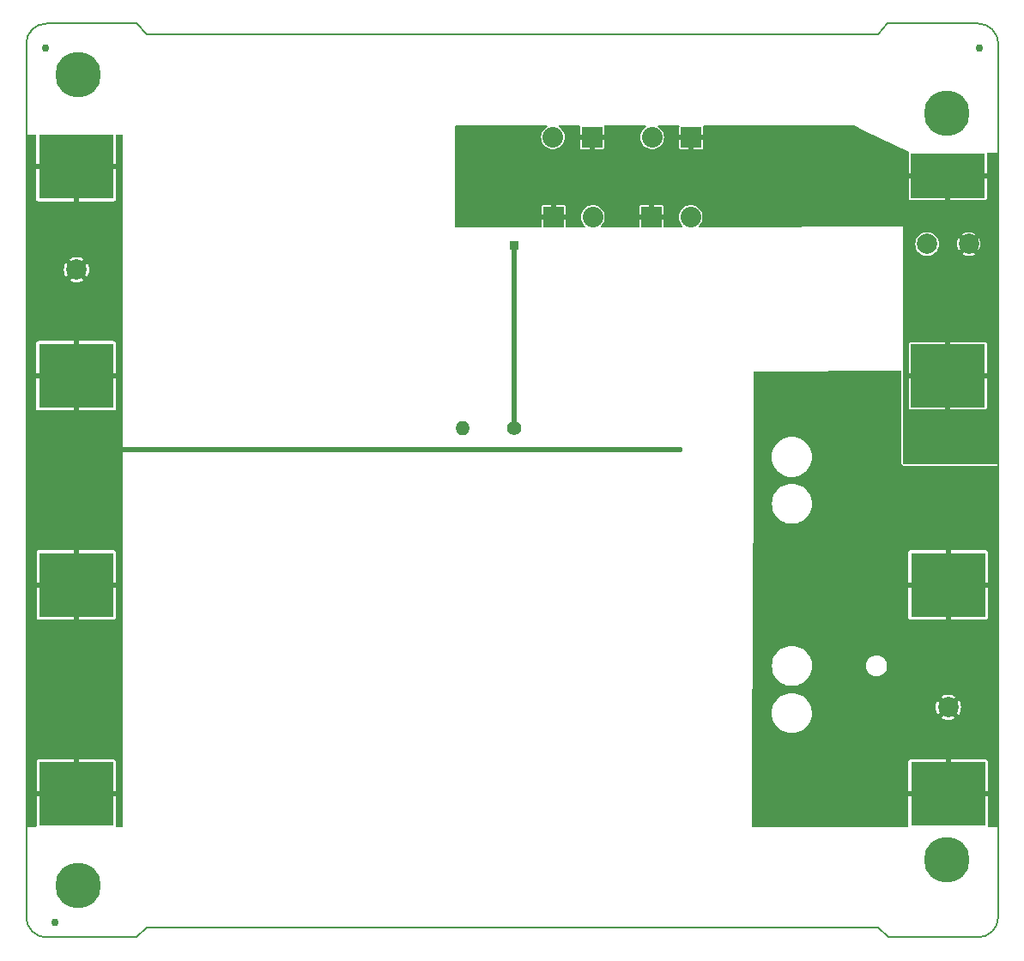
<source format=gbr>
%TF.GenerationSoftware,KiCad,Pcbnew,7.0.7*%
%TF.CreationDate,2023-10-10T18:21:33-04:00*%
%TF.ProjectId,batteryboard,62617474-6572-4796-926f-6172642e6b69,rev?*%
%TF.SameCoordinates,Original*%
%TF.FileFunction,Copper,L2,Bot*%
%TF.FilePolarity,Positive*%
%FSLAX46Y46*%
G04 Gerber Fmt 4.6, Leading zero omitted, Abs format (unit mm)*
G04 Created by KiCad (PCBNEW 7.0.7) date 2023-10-10 18:21:33*
%MOMM*%
%LPD*%
G01*
G04 APERTURE LIST*
%TA.AperFunction,ComponentPad*%
%ADD10C,2.000000*%
%TD*%
%TA.AperFunction,ComponentPad*%
%ADD11R,2.032000X2.032000*%
%TD*%
%TA.AperFunction,ComponentPad*%
%ADD12C,2.032000*%
%TD*%
%TA.AperFunction,ComponentPad*%
%ADD13R,0.850000X0.850000*%
%TD*%
%TA.AperFunction,ComponentPad*%
%ADD14C,1.400000*%
%TD*%
%TA.AperFunction,ComponentPad*%
%ADD15O,1.400000X1.400000*%
%TD*%
%TA.AperFunction,ComponentPad*%
%ADD16C,4.500000*%
%TD*%
%TA.AperFunction,SMDPad,CuDef*%
%ADD17R,7.340000X6.350000*%
%TD*%
%TA.AperFunction,SMDPad,CuDef*%
%ADD18C,0.750000*%
%TD*%
%TA.AperFunction,SMDPad,CuDef*%
%ADD19R,7.340000X4.500000*%
%TD*%
%TA.AperFunction,ViaPad*%
%ADD20C,0.584200*%
%TD*%
%TA.AperFunction,Conductor*%
%ADD21C,0.508000*%
%TD*%
%TA.AperFunction,Profile*%
%ADD22C,0.150000*%
%TD*%
G04 APERTURE END LIST*
D10*
X144145000Y-121285000D03*
X58166000Y-78105000D03*
X142062200Y-75565000D03*
X146177000Y-75565000D03*
D11*
X109016800Y-65024000D03*
D12*
X105161200Y-65024000D03*
D11*
X105232200Y-72898000D03*
D12*
X109087800Y-72898000D03*
D11*
X118795800Y-65024000D03*
D12*
X114940200Y-65024000D03*
D11*
X114884200Y-72898000D03*
D12*
X118739800Y-72898000D03*
D13*
X101346000Y-75692000D03*
D14*
X101346000Y-93726000D03*
D15*
X96266000Y-93726000D03*
D16*
X144005300Y-136349900D03*
X58280300Y-58889900D03*
X58280300Y-138889900D03*
X144005300Y-62689900D03*
D17*
X58117400Y-88569800D03*
X144117400Y-88569800D03*
X144142800Y-129844800D03*
X58142800Y-129844800D03*
X144142800Y-109194600D03*
X58142800Y-109194600D03*
D18*
X56007000Y-142494000D03*
X55118000Y-56261000D03*
X147193000Y-56261000D03*
D17*
X58117400Y-67919600D03*
D19*
X144117400Y-68844600D03*
D20*
X143256000Y-129794000D03*
X146558000Y-129794000D03*
X145034000Y-129794000D03*
X141732000Y-129794000D03*
X146558000Y-132080000D03*
X141732000Y-132080000D03*
X143256000Y-132080000D03*
X145034000Y-132080000D03*
X131826000Y-90678000D03*
X132588000Y-90678000D03*
X131064000Y-90678000D03*
X131826000Y-91567000D03*
X131064000Y-91567000D03*
X132588000Y-91567000D03*
X131826000Y-89789000D03*
X141732000Y-127508000D03*
X146558000Y-127508000D03*
X132588000Y-89789000D03*
X131064000Y-89789000D03*
X143256000Y-127508000D03*
X145034000Y-127508000D03*
X54864000Y-119380000D03*
X58420000Y-119380000D03*
X56642000Y-119380000D03*
X60198000Y-119380000D03*
X60198000Y-120904000D03*
X58420000Y-120904000D03*
X54864000Y-120904000D03*
X56642000Y-120904000D03*
X56642000Y-117856000D03*
X58420000Y-117856000D03*
X54864000Y-117856000D03*
X60198000Y-117856000D03*
X117665498Y-95821500D03*
X140843000Y-94742000D03*
X143002000Y-94742000D03*
X145288000Y-94742000D03*
X147447000Y-94742000D03*
X145288000Y-96139000D03*
X140843000Y-96139000D03*
X143002000Y-96139000D03*
X147447000Y-96139000D03*
X147447000Y-93345000D03*
X145288000Y-93345000D03*
X140843000Y-93345000D03*
X96266000Y-71374000D03*
X96240600Y-64566800D03*
X143002000Y-93345000D03*
D21*
X117665498Y-95821500D02*
X58229500Y-95821500D01*
X101346000Y-76625000D02*
X101346000Y-93726000D01*
X101346000Y-75692000D02*
X101346000Y-76625000D01*
%TA.AperFunction,Conductor*%
G36*
X104570825Y-63898593D02*
G01*
X104596545Y-63943142D01*
X104587612Y-63993800D01*
X104562075Y-64020136D01*
X104453759Y-64087202D01*
X104293671Y-64233143D01*
X104293668Y-64233146D01*
X104163120Y-64406020D01*
X104066566Y-64599928D01*
X104066560Y-64599944D01*
X104007281Y-64808286D01*
X104007280Y-64808295D01*
X103987292Y-65023997D01*
X103987292Y-65024002D01*
X104007280Y-65239704D01*
X104007281Y-65239713D01*
X104066560Y-65448055D01*
X104066566Y-65448071D01*
X104163120Y-65641979D01*
X104293668Y-65814853D01*
X104293671Y-65814856D01*
X104453759Y-65960797D01*
X104453761Y-65960798D01*
X104453762Y-65960799D01*
X104637944Y-66074839D01*
X104839945Y-66153095D01*
X105052885Y-66192900D01*
X105052890Y-66192900D01*
X105269510Y-66192900D01*
X105269515Y-66192900D01*
X105482455Y-66153095D01*
X105684456Y-66074839D01*
X105868638Y-65960799D01*
X106028728Y-65814857D01*
X106159277Y-65641983D01*
X106255837Y-65448064D01*
X106315120Y-65239705D01*
X106335108Y-65024000D01*
X106315120Y-64808295D01*
X106315118Y-64808289D01*
X106315118Y-64808286D01*
X106255839Y-64599944D01*
X106255837Y-64599936D01*
X106175922Y-64439444D01*
X106159279Y-64406020D01*
X106028731Y-64233146D01*
X106028728Y-64233143D01*
X105868640Y-64087202D01*
X105760325Y-64020136D01*
X105728490Y-63979732D01*
X105730074Y-63928316D01*
X105764336Y-63889948D01*
X105799913Y-63881000D01*
X107779044Y-63881000D01*
X107827382Y-63898593D01*
X107853102Y-63943142D01*
X107852799Y-63970870D01*
X107848400Y-63992985D01*
X107848400Y-64770000D01*
X108360331Y-64770000D01*
X108408669Y-64787593D01*
X108434389Y-64832142D01*
X108432971Y-64864656D01*
X108432245Y-64867366D01*
X108432244Y-64867369D01*
X108411623Y-65024000D01*
X108432244Y-65180631D01*
X108432245Y-65180633D01*
X108432971Y-65183344D01*
X108432823Y-65185027D01*
X108432888Y-65185517D01*
X108432779Y-65185531D01*
X108428482Y-65234588D01*
X108392105Y-65270957D01*
X108360331Y-65278000D01*
X107848400Y-65278000D01*
X107848400Y-66055012D01*
X107857241Y-66099462D01*
X107857242Y-66099464D01*
X107890926Y-66149873D01*
X107941335Y-66183557D01*
X107941337Y-66183558D01*
X107985787Y-66192400D01*
X108762800Y-66192400D01*
X108762800Y-65680468D01*
X108780393Y-65632130D01*
X108824942Y-65606410D01*
X108857465Y-65607831D01*
X108860160Y-65608552D01*
X108860169Y-65608556D01*
X108977477Y-65624000D01*
X108977480Y-65624000D01*
X109056120Y-65624000D01*
X109056123Y-65624000D01*
X109173431Y-65608556D01*
X109173440Y-65608551D01*
X109176131Y-65607832D01*
X109177809Y-65607978D01*
X109178317Y-65607912D01*
X109178331Y-65608024D01*
X109227376Y-65612312D01*
X109263751Y-65648683D01*
X109270799Y-65680468D01*
X109270800Y-66192400D01*
X110047813Y-66192400D01*
X110092262Y-66183558D01*
X110092264Y-66183557D01*
X110142673Y-66149873D01*
X110176357Y-66099464D01*
X110176358Y-66099462D01*
X110185200Y-66055012D01*
X110185200Y-65278000D01*
X109673269Y-65278000D01*
X109624931Y-65260407D01*
X109599211Y-65215858D01*
X109600629Y-65183344D01*
X109601351Y-65180640D01*
X109601356Y-65180631D01*
X109621977Y-65024000D01*
X109601356Y-64867369D01*
X109601352Y-64867360D01*
X109600629Y-64864656D01*
X109600776Y-64862972D01*
X109600712Y-64862483D01*
X109600820Y-64862468D01*
X109605118Y-64813412D01*
X109641495Y-64777043D01*
X109673269Y-64770000D01*
X110185200Y-64770000D01*
X110185200Y-63992986D01*
X110185199Y-63992985D01*
X110180801Y-63970870D01*
X110188626Y-63920029D01*
X110227301Y-63886113D01*
X110254556Y-63881000D01*
X114301487Y-63881000D01*
X114349825Y-63898593D01*
X114375545Y-63943142D01*
X114366612Y-63993800D01*
X114341075Y-64020136D01*
X114232759Y-64087202D01*
X114072671Y-64233143D01*
X114072668Y-64233146D01*
X113942120Y-64406020D01*
X113845566Y-64599928D01*
X113845560Y-64599944D01*
X113786281Y-64808286D01*
X113786280Y-64808295D01*
X113766292Y-65023997D01*
X113766292Y-65024002D01*
X113786280Y-65239704D01*
X113786281Y-65239713D01*
X113845560Y-65448055D01*
X113845566Y-65448071D01*
X113942120Y-65641979D01*
X114072668Y-65814853D01*
X114072671Y-65814856D01*
X114232759Y-65960797D01*
X114232761Y-65960798D01*
X114232762Y-65960799D01*
X114416944Y-66074839D01*
X114618945Y-66153095D01*
X114831885Y-66192900D01*
X114831890Y-66192900D01*
X115048510Y-66192900D01*
X115048515Y-66192900D01*
X115261455Y-66153095D01*
X115463456Y-66074839D01*
X115647638Y-65960799D01*
X115807728Y-65814857D01*
X115938277Y-65641983D01*
X116034837Y-65448064D01*
X116094120Y-65239705D01*
X116114108Y-65024000D01*
X116094120Y-64808295D01*
X116094118Y-64808289D01*
X116094118Y-64808286D01*
X116034839Y-64599944D01*
X116034837Y-64599936D01*
X115954922Y-64439444D01*
X115938279Y-64406020D01*
X115807731Y-64233146D01*
X115807728Y-64233143D01*
X115647640Y-64087202D01*
X115539325Y-64020136D01*
X115507490Y-63979732D01*
X115509074Y-63928316D01*
X115543336Y-63889948D01*
X115578913Y-63881000D01*
X117558044Y-63881000D01*
X117606382Y-63898593D01*
X117632102Y-63943142D01*
X117631799Y-63970870D01*
X117627400Y-63992985D01*
X117627400Y-64770000D01*
X118139331Y-64770000D01*
X118187669Y-64787593D01*
X118213389Y-64832142D01*
X118211971Y-64864656D01*
X118211245Y-64867366D01*
X118211244Y-64867369D01*
X118190623Y-65024000D01*
X118211244Y-65180631D01*
X118211245Y-65180633D01*
X118211971Y-65183344D01*
X118211823Y-65185027D01*
X118211888Y-65185517D01*
X118211779Y-65185531D01*
X118207482Y-65234588D01*
X118171105Y-65270957D01*
X118139331Y-65278000D01*
X117627400Y-65278000D01*
X117627400Y-66055012D01*
X117636241Y-66099462D01*
X117636242Y-66099464D01*
X117669926Y-66149873D01*
X117720335Y-66183557D01*
X117720337Y-66183558D01*
X117764787Y-66192400D01*
X118541800Y-66192400D01*
X118541800Y-65680468D01*
X118559393Y-65632130D01*
X118603942Y-65606410D01*
X118636465Y-65607831D01*
X118639160Y-65608552D01*
X118639169Y-65608556D01*
X118756477Y-65624000D01*
X118756480Y-65624000D01*
X118835120Y-65624000D01*
X118835123Y-65624000D01*
X118952431Y-65608556D01*
X118952440Y-65608551D01*
X118955135Y-65607831D01*
X118956815Y-65607978D01*
X118957317Y-65607912D01*
X118957331Y-65608023D01*
X119006379Y-65612313D01*
X119042753Y-65648685D01*
X119049800Y-65680468D01*
X119049800Y-66192400D01*
X119826813Y-66192400D01*
X119871262Y-66183558D01*
X119871264Y-66183557D01*
X119921673Y-66149873D01*
X119955357Y-66099464D01*
X119955358Y-66099462D01*
X119964200Y-66055012D01*
X119964200Y-65278000D01*
X119452269Y-65278000D01*
X119403931Y-65260407D01*
X119378211Y-65215858D01*
X119379629Y-65183344D01*
X119380351Y-65180640D01*
X119380356Y-65180631D01*
X119400977Y-65024000D01*
X119380356Y-64867369D01*
X119380352Y-64867360D01*
X119379629Y-64864656D01*
X119379776Y-64862972D01*
X119379712Y-64862483D01*
X119379820Y-64862468D01*
X119384118Y-64813412D01*
X119420495Y-64777043D01*
X119452269Y-64770000D01*
X119964200Y-64770000D01*
X119964200Y-63992986D01*
X119964199Y-63992985D01*
X119959801Y-63970870D01*
X119967626Y-63920029D01*
X120006301Y-63886113D01*
X120033556Y-63881000D01*
X134856973Y-63881000D01*
X134889364Y-63888333D01*
X135974042Y-64406020D01*
X140262446Y-66452758D01*
X140298492Y-66489457D01*
X140303810Y-66535296D01*
X140295000Y-66579587D01*
X140295000Y-68590600D01*
X147939800Y-68590600D01*
X147939800Y-66623200D01*
X147957393Y-66574862D01*
X148001942Y-66549142D01*
X148015000Y-66548000D01*
X148934600Y-66548000D01*
X148982938Y-66565593D01*
X149008658Y-66610142D01*
X149009800Y-66623200D01*
X149009800Y-97206800D01*
X148992207Y-97255138D01*
X148947658Y-97280858D01*
X148934600Y-97282000D01*
X139769531Y-97282000D01*
X139721193Y-97264407D01*
X139695473Y-97219858D01*
X139694331Y-97206800D01*
X139694331Y-88823800D01*
X140295000Y-88823800D01*
X140295000Y-91759812D01*
X140303841Y-91804262D01*
X140303842Y-91804264D01*
X140337526Y-91854673D01*
X140387935Y-91888357D01*
X140387937Y-91888358D01*
X140432387Y-91897200D01*
X143863400Y-91897200D01*
X143863400Y-88823800D01*
X144371400Y-88823800D01*
X144371400Y-91897200D01*
X147802413Y-91897200D01*
X147846862Y-91888358D01*
X147846864Y-91888357D01*
X147897273Y-91854673D01*
X147930957Y-91804264D01*
X147930958Y-91804262D01*
X147939800Y-91759812D01*
X147939800Y-88823800D01*
X144371400Y-88823800D01*
X143863400Y-88823800D01*
X140295000Y-88823800D01*
X139694331Y-88823800D01*
X139694331Y-88315800D01*
X140295000Y-88315800D01*
X143863400Y-88315800D01*
X143863400Y-85242400D01*
X144371400Y-85242400D01*
X144371400Y-88315800D01*
X147939800Y-88315800D01*
X147939800Y-85379787D01*
X147930958Y-85335337D01*
X147930957Y-85335335D01*
X147897273Y-85284926D01*
X147846864Y-85251242D01*
X147846862Y-85251241D01*
X147802413Y-85242400D01*
X144371400Y-85242400D01*
X143863400Y-85242400D01*
X140432387Y-85242400D01*
X140387937Y-85251241D01*
X140387935Y-85251242D01*
X140337526Y-85284926D01*
X140303842Y-85335335D01*
X140303841Y-85335337D01*
X140295000Y-85379787D01*
X140295000Y-88315800D01*
X139694331Y-88315800D01*
X139694331Y-75565002D01*
X140904361Y-75565002D01*
X140924075Y-75777752D01*
X140924076Y-75777760D01*
X140982544Y-75983251D01*
X140982550Y-75983267D01*
X141077782Y-76174520D01*
X141206543Y-76345027D01*
X141206546Y-76345030D01*
X141364443Y-76488973D01*
X141546103Y-76601453D01*
X141546105Y-76601453D01*
X141546107Y-76601455D01*
X141745342Y-76678639D01*
X141955368Y-76717900D01*
X141955372Y-76717900D01*
X142169028Y-76717900D01*
X142169032Y-76717900D01*
X142379058Y-76678639D01*
X142578293Y-76601455D01*
X142759954Y-76488975D01*
X142917853Y-76345031D01*
X143046615Y-76174524D01*
X143141853Y-75983260D01*
X143181027Y-75845575D01*
X143200323Y-75777760D01*
X143200323Y-75777758D01*
X143200325Y-75777752D01*
X143220039Y-75565002D01*
X145019663Y-75565002D01*
X145039369Y-75777659D01*
X145039370Y-75777668D01*
X145097812Y-75983069D01*
X145097816Y-75983080D01*
X145193013Y-76174261D01*
X145199688Y-76183099D01*
X145199689Y-76183099D01*
X145608656Y-75774131D01*
X145655277Y-75752391D01*
X145704964Y-75765705D01*
X145725093Y-75786649D01*
X145725094Y-75786650D01*
X145795238Y-75895797D01*
X145795241Y-75895800D01*
X145903897Y-75989950D01*
X145903900Y-75989952D01*
X145947728Y-76009968D01*
X145984388Y-76046052D01*
X145989278Y-76097259D01*
X145969662Y-76131546D01*
X145561741Y-76539466D01*
X145561742Y-76539467D01*
X145661127Y-76601004D01*
X145860279Y-76678155D01*
X146070217Y-76717399D01*
X146070218Y-76717400D01*
X146283782Y-76717400D01*
X146283782Y-76717399D01*
X146493720Y-76678155D01*
X146692871Y-76601004D01*
X146692872Y-76601004D01*
X146792256Y-76539467D01*
X146792257Y-76539466D01*
X146384336Y-76131546D01*
X146362596Y-76084926D01*
X146375910Y-76035239D01*
X146406267Y-76009969D01*
X146450100Y-75989952D01*
X146558761Y-75895798D01*
X146628907Y-75786647D01*
X146669838Y-75755497D01*
X146721219Y-75757944D01*
X146745341Y-75774131D01*
X147154308Y-76183099D01*
X147154311Y-76183099D01*
X147160988Y-76174259D01*
X147256181Y-75983085D01*
X147256187Y-75983069D01*
X147314629Y-75777668D01*
X147314630Y-75777659D01*
X147334337Y-75565002D01*
X147334337Y-75564997D01*
X147314630Y-75352340D01*
X147314629Y-75352331D01*
X147256187Y-75146930D01*
X147256183Y-75146919D01*
X147160989Y-74955744D01*
X147154309Y-74946899D01*
X147154308Y-74946899D01*
X146745341Y-75355867D01*
X146698721Y-75377607D01*
X146649034Y-75364293D01*
X146628905Y-75343349D01*
X146558762Y-75234203D01*
X146558758Y-75234199D01*
X146450102Y-75140049D01*
X146450097Y-75140046D01*
X146406270Y-75120031D01*
X146369609Y-75083948D01*
X146364719Y-75032741D01*
X146384335Y-74998452D01*
X146792257Y-74590531D01*
X146792256Y-74590530D01*
X146692878Y-74528998D01*
X146692871Y-74528995D01*
X146493720Y-74451844D01*
X146283782Y-74412600D01*
X146070218Y-74412600D01*
X145860279Y-74451844D01*
X145661131Y-74528993D01*
X145561741Y-74590531D01*
X145561741Y-74590532D01*
X145969663Y-74998453D01*
X145991403Y-75045073D01*
X145978089Y-75094760D01*
X145947729Y-75120031D01*
X145903900Y-75140047D01*
X145903897Y-75140049D01*
X145795241Y-75234199D01*
X145795237Y-75234203D01*
X145725094Y-75343350D01*
X145684161Y-75374503D01*
X145632779Y-75372055D01*
X145608658Y-75355868D01*
X145199689Y-74946898D01*
X145193007Y-74955748D01*
X145097818Y-75146914D01*
X145097812Y-75146930D01*
X145039370Y-75352331D01*
X145039369Y-75352340D01*
X145019663Y-75564997D01*
X145019663Y-75565002D01*
X143220039Y-75565002D01*
X143220039Y-75565000D01*
X143200325Y-75352248D01*
X143200323Y-75352242D01*
X143200323Y-75352239D01*
X143159096Y-75207342D01*
X143141853Y-75146740D01*
X143115970Y-75094760D01*
X143046617Y-74955479D01*
X142917856Y-74784972D01*
X142917853Y-74784969D01*
X142759956Y-74641026D01*
X142578296Y-74528546D01*
X142379058Y-74451361D01*
X142169032Y-74412100D01*
X141955368Y-74412100D01*
X141787347Y-74443508D01*
X141745341Y-74451361D01*
X141546104Y-74528546D01*
X141546103Y-74528546D01*
X141364443Y-74641026D01*
X141206546Y-74784969D01*
X141206543Y-74784972D01*
X141077782Y-74955479D01*
X140982550Y-75146732D01*
X140982544Y-75146748D01*
X140924076Y-75352239D01*
X140924075Y-75352247D01*
X140904361Y-75564997D01*
X140904361Y-75565002D01*
X139694331Y-75565002D01*
X139694331Y-73863200D01*
X139694330Y-73863199D01*
X119584926Y-73886315D01*
X119536569Y-73868777D01*
X119510798Y-73824258D01*
X119519672Y-73773590D01*
X119534178Y-73755542D01*
X119607328Y-73688857D01*
X119737877Y-73515983D01*
X119834437Y-73322064D01*
X119893720Y-73113705D01*
X119913708Y-72898000D01*
X119893720Y-72682295D01*
X119893718Y-72682289D01*
X119893718Y-72682286D01*
X119834439Y-72473944D01*
X119834437Y-72473936D01*
X119754884Y-72314171D01*
X119737879Y-72280020D01*
X119607331Y-72107146D01*
X119607328Y-72107143D01*
X119447240Y-71961202D01*
X119263060Y-71847163D01*
X119263057Y-71847162D01*
X119263056Y-71847161D01*
X119061055Y-71768905D01*
X119061057Y-71768905D01*
X119000214Y-71757532D01*
X118848115Y-71729100D01*
X118631485Y-71729100D01*
X118489524Y-71755636D01*
X118418543Y-71768905D01*
X118216539Y-71847163D01*
X118032359Y-71961202D01*
X117872271Y-72107143D01*
X117872268Y-72107146D01*
X117741720Y-72280020D01*
X117645166Y-72473928D01*
X117645160Y-72473944D01*
X117585881Y-72682286D01*
X117585880Y-72682295D01*
X117565892Y-72897997D01*
X117565892Y-72898002D01*
X117585880Y-73113704D01*
X117585881Y-73113713D01*
X117645160Y-73322055D01*
X117645166Y-73322071D01*
X117741720Y-73515979D01*
X117872268Y-73688853D01*
X117872271Y-73688856D01*
X117947550Y-73757483D01*
X117971419Y-73803050D01*
X117960414Y-73853298D01*
X117919685Y-73884717D01*
X117896974Y-73888256D01*
X116127886Y-73890290D01*
X116079529Y-73872752D01*
X116053758Y-73828233D01*
X116052600Y-73815090D01*
X116052600Y-73152000D01*
X115540669Y-73152000D01*
X115492331Y-73134407D01*
X115466611Y-73089858D01*
X115468029Y-73057344D01*
X115468751Y-73054640D01*
X115468756Y-73054631D01*
X115489377Y-72898000D01*
X115468756Y-72741369D01*
X115468752Y-72741360D01*
X115468029Y-72738656D01*
X115468176Y-72736972D01*
X115468112Y-72736483D01*
X115468220Y-72736468D01*
X115472518Y-72687412D01*
X115508895Y-72651043D01*
X115540669Y-72644000D01*
X116052600Y-72644000D01*
X116052600Y-71866987D01*
X116043758Y-71822537D01*
X116043757Y-71822535D01*
X116010073Y-71772126D01*
X115959664Y-71738442D01*
X115959662Y-71738441D01*
X115915213Y-71729600D01*
X115138200Y-71729600D01*
X115138199Y-72241531D01*
X115120605Y-72289869D01*
X115076057Y-72315589D01*
X115043540Y-72314170D01*
X115040834Y-72313445D01*
X115040833Y-72313444D01*
X115040831Y-72313444D01*
X114923523Y-72298000D01*
X114844877Y-72298000D01*
X114764967Y-72308520D01*
X114727560Y-72313445D01*
X114724853Y-72314171D01*
X114723171Y-72314023D01*
X114722683Y-72314088D01*
X114722668Y-72313979D01*
X114673609Y-72309681D01*
X114637241Y-72273303D01*
X114630199Y-72241531D01*
X114630200Y-71729600D01*
X113853187Y-71729600D01*
X113808737Y-71738441D01*
X113808735Y-71738442D01*
X113758326Y-71772126D01*
X113724642Y-71822535D01*
X113724641Y-71822537D01*
X113715800Y-71866987D01*
X113715800Y-72644000D01*
X114227731Y-72644000D01*
X114276069Y-72661593D01*
X114301789Y-72706142D01*
X114300371Y-72738656D01*
X114299645Y-72741366D01*
X114299644Y-72741369D01*
X114279023Y-72898000D01*
X114299644Y-73054631D01*
X114299645Y-73054633D01*
X114300371Y-73057344D01*
X114300223Y-73059027D01*
X114300288Y-73059517D01*
X114300179Y-73059531D01*
X114295882Y-73108588D01*
X114259505Y-73144957D01*
X114227731Y-73152000D01*
X113715800Y-73152000D01*
X113715800Y-73817950D01*
X113698207Y-73866288D01*
X113653658Y-73892008D01*
X113640686Y-73893150D01*
X109920738Y-73897426D01*
X109872381Y-73879888D01*
X109846610Y-73835369D01*
X109855484Y-73784701D01*
X109869990Y-73766653D01*
X109882178Y-73755542D01*
X109955328Y-73688857D01*
X110085877Y-73515983D01*
X110182437Y-73322064D01*
X110241720Y-73113705D01*
X110261708Y-72898000D01*
X110241720Y-72682295D01*
X110241718Y-72682289D01*
X110241718Y-72682286D01*
X110182439Y-72473944D01*
X110182437Y-72473936D01*
X110102884Y-72314171D01*
X110085879Y-72280020D01*
X109955331Y-72107146D01*
X109955328Y-72107143D01*
X109795240Y-71961202D01*
X109611060Y-71847163D01*
X109611057Y-71847162D01*
X109611056Y-71847161D01*
X109409055Y-71768905D01*
X109409057Y-71768905D01*
X109348215Y-71757532D01*
X109196115Y-71729100D01*
X108979485Y-71729100D01*
X108837524Y-71755636D01*
X108766543Y-71768905D01*
X108564539Y-71847163D01*
X108380359Y-71961202D01*
X108220271Y-72107143D01*
X108220268Y-72107146D01*
X108089720Y-72280020D01*
X107993166Y-72473928D01*
X107993160Y-72473944D01*
X107933881Y-72682286D01*
X107933880Y-72682295D01*
X107913892Y-72897997D01*
X107913892Y-72898002D01*
X107933880Y-73113704D01*
X107933881Y-73113713D01*
X107993160Y-73322055D01*
X107993166Y-73322071D01*
X108089720Y-73515979D01*
X108220268Y-73688853D01*
X108220271Y-73688856D01*
X108307706Y-73768565D01*
X108331575Y-73814132D01*
X108320570Y-73864381D01*
X108279840Y-73895799D01*
X108257130Y-73899338D01*
X106475886Y-73901386D01*
X106427529Y-73883848D01*
X106401758Y-73839329D01*
X106400600Y-73826186D01*
X106400600Y-73152000D01*
X105888669Y-73152000D01*
X105840331Y-73134407D01*
X105814611Y-73089858D01*
X105816029Y-73057344D01*
X105816751Y-73054640D01*
X105816756Y-73054631D01*
X105837377Y-72898000D01*
X105816756Y-72741369D01*
X105816752Y-72741360D01*
X105816029Y-72738656D01*
X105816176Y-72736972D01*
X105816112Y-72736483D01*
X105816220Y-72736468D01*
X105820518Y-72687412D01*
X105856895Y-72651043D01*
X105888669Y-72644000D01*
X106400600Y-72644000D01*
X106400600Y-71866987D01*
X106391758Y-71822537D01*
X106391757Y-71822535D01*
X106358073Y-71772126D01*
X106307664Y-71738442D01*
X106307662Y-71738441D01*
X106263213Y-71729600D01*
X105486200Y-71729600D01*
X105486199Y-72241531D01*
X105468605Y-72289869D01*
X105424057Y-72315589D01*
X105391540Y-72314170D01*
X105388834Y-72313445D01*
X105388833Y-72313444D01*
X105388831Y-72313444D01*
X105271523Y-72298000D01*
X105192877Y-72298000D01*
X105112967Y-72308520D01*
X105075560Y-72313445D01*
X105072853Y-72314171D01*
X105071171Y-72314023D01*
X105070683Y-72314088D01*
X105070668Y-72313979D01*
X105021609Y-72309681D01*
X104985241Y-72273303D01*
X104978199Y-72241531D01*
X104978200Y-71729600D01*
X104201187Y-71729600D01*
X104156737Y-71738441D01*
X104156735Y-71738442D01*
X104106326Y-71772126D01*
X104072642Y-71822535D01*
X104072641Y-71822537D01*
X104063800Y-71866987D01*
X104063800Y-72644000D01*
X104575731Y-72644000D01*
X104624069Y-72661593D01*
X104649789Y-72706142D01*
X104648371Y-72738656D01*
X104647645Y-72741366D01*
X104647644Y-72741369D01*
X104627023Y-72898000D01*
X104647644Y-73054631D01*
X104647645Y-73054633D01*
X104648371Y-73057344D01*
X104648223Y-73059027D01*
X104648288Y-73059517D01*
X104648179Y-73059531D01*
X104643882Y-73108588D01*
X104607505Y-73144957D01*
X104575731Y-73152000D01*
X104063800Y-73152000D01*
X104063800Y-73829045D01*
X104046207Y-73877383D01*
X104001658Y-73903103D01*
X103988686Y-73904245D01*
X95579286Y-73913913D01*
X95530929Y-73896375D01*
X95505158Y-73851856D01*
X95504000Y-73838713D01*
X95504000Y-69098600D01*
X140295000Y-69098600D01*
X140295000Y-71109612D01*
X140303841Y-71154062D01*
X140303842Y-71154064D01*
X140337526Y-71204473D01*
X140387935Y-71238157D01*
X140387937Y-71238158D01*
X140432387Y-71247000D01*
X143863400Y-71247000D01*
X143863400Y-69098600D01*
X144371400Y-69098600D01*
X144371400Y-71247000D01*
X147802413Y-71247000D01*
X147846862Y-71238158D01*
X147846864Y-71238157D01*
X147897273Y-71204473D01*
X147930957Y-71154064D01*
X147930958Y-71154062D01*
X147939800Y-71109612D01*
X147939800Y-69098600D01*
X144371400Y-69098600D01*
X143863400Y-69098600D01*
X140295000Y-69098600D01*
X95504000Y-69098600D01*
X95504000Y-63956200D01*
X95521593Y-63907862D01*
X95566142Y-63882142D01*
X95579200Y-63881000D01*
X104522487Y-63881000D01*
X104570825Y-63898593D01*
G37*
%TD.AperFunction*%
%TA.AperFunction,Conductor*%
G36*
X139509265Y-88079059D02*
G01*
X139535219Y-88123471D01*
X139536431Y-88136918D01*
X139536431Y-88981700D01*
X139536431Y-97210244D01*
X139536731Y-97217126D01*
X139538173Y-97233615D01*
X139558727Y-97298807D01*
X139584447Y-97343357D01*
X139600236Y-97365904D01*
X139667187Y-97412783D01*
X139667188Y-97412783D01*
X139667190Y-97412785D01*
X139715528Y-97430378D01*
X139769526Y-97439899D01*
X139769527Y-97439900D01*
X148934600Y-97439900D01*
X148982938Y-97457493D01*
X149008658Y-97502042D01*
X149009800Y-97515100D01*
X149009800Y-133020800D01*
X148992207Y-133069138D01*
X148947658Y-133094858D01*
X148934600Y-133096000D01*
X148142000Y-133096000D01*
X148093662Y-133078407D01*
X148067942Y-133033858D01*
X148066800Y-133020800D01*
X148066800Y-130098800D01*
X140218801Y-130098800D01*
X140218801Y-133020800D01*
X140201208Y-133069138D01*
X140156659Y-133094858D01*
X140143601Y-133096000D01*
X124853019Y-133096000D01*
X124804681Y-133078407D01*
X124778961Y-133033858D01*
X124777820Y-133020481D01*
X124792352Y-129590800D01*
X140218800Y-129590800D01*
X143888800Y-129590800D01*
X143888800Y-126415800D01*
X144396800Y-126415800D01*
X144396800Y-129590800D01*
X148066799Y-129590800D01*
X148066799Y-126644784D01*
X148066798Y-126644782D01*
X148052062Y-126570694D01*
X147995923Y-126486675D01*
X147911905Y-126430537D01*
X147911903Y-126430536D01*
X147837818Y-126415800D01*
X144396800Y-126415800D01*
X143888800Y-126415800D01*
X140447784Y-126415800D01*
X140447782Y-126415801D01*
X140373694Y-126430537D01*
X140289675Y-126486676D01*
X140233537Y-126570694D01*
X140233536Y-126570696D01*
X140218800Y-126644782D01*
X140218800Y-129590800D01*
X124792352Y-129590800D01*
X124822927Y-122375145D01*
X124825174Y-121844805D01*
X126736854Y-121844805D01*
X126757011Y-122126646D01*
X126757014Y-122126669D01*
X126817076Y-122402773D01*
X126915834Y-122667554D01*
X127051257Y-122915561D01*
X127051259Y-122915564D01*
X127220603Y-123141782D01*
X127220605Y-123141784D01*
X127220608Y-123141788D01*
X127420411Y-123341591D01*
X127420414Y-123341593D01*
X127420418Y-123341597D01*
X127646636Y-123510941D01*
X127646638Y-123510942D01*
X127894645Y-123646365D01*
X127894646Y-123646365D01*
X127894651Y-123646368D01*
X128159416Y-123745120D01*
X128159420Y-123745121D01*
X128159426Y-123745123D01*
X128422098Y-123802263D01*
X128435539Y-123805187D01*
X128646847Y-123820300D01*
X128646849Y-123820300D01*
X128787951Y-123820300D01*
X128787953Y-123820300D01*
X128999261Y-123805187D01*
X129081993Y-123787189D01*
X129275373Y-123745123D01*
X129275376Y-123745121D01*
X129275384Y-123745120D01*
X129540149Y-123646368D01*
X129788164Y-123510941D01*
X130014382Y-123341597D01*
X130214197Y-123141782D01*
X130383541Y-122915564D01*
X130518968Y-122667549D01*
X130617720Y-122402784D01*
X130617721Y-122402776D01*
X130617723Y-122402773D01*
X130677785Y-122126669D01*
X130677787Y-122126661D01*
X130697946Y-121844800D01*
X130695976Y-121817259D01*
X130677788Y-121562953D01*
X130677787Y-121562939D01*
X130660986Y-121485705D01*
X130617723Y-121286826D01*
X130617721Y-121286820D01*
X130617720Y-121286816D01*
X130617043Y-121285000D01*
X142886210Y-121285000D01*
X142905333Y-121503582D01*
X142962124Y-121715531D01*
X142962125Y-121715535D01*
X143054852Y-121914388D01*
X143096673Y-121974115D01*
X143576656Y-121494131D01*
X143623277Y-121472391D01*
X143672964Y-121485705D01*
X143693093Y-121506649D01*
X143763237Y-121615795D01*
X143763238Y-121615797D01*
X143763241Y-121615800D01*
X143871897Y-121709950D01*
X143871900Y-121709952D01*
X143915728Y-121729968D01*
X143952388Y-121766052D01*
X143957278Y-121817259D01*
X143937662Y-121851546D01*
X143455882Y-122333325D01*
X143455883Y-122333326D01*
X143515607Y-122375145D01*
X143515607Y-122375146D01*
X143714464Y-122467874D01*
X143714468Y-122467875D01*
X143926417Y-122524666D01*
X144145000Y-122543789D01*
X144363582Y-122524666D01*
X144575531Y-122467875D01*
X144575535Y-122467874D01*
X144774389Y-122375147D01*
X144834116Y-122333325D01*
X144352336Y-121851546D01*
X144330596Y-121804926D01*
X144343910Y-121755239D01*
X144374267Y-121729969D01*
X144418100Y-121709952D01*
X144526761Y-121615798D01*
X144596907Y-121506647D01*
X144637838Y-121475497D01*
X144689219Y-121477944D01*
X144713341Y-121494131D01*
X145193325Y-121974116D01*
X145235147Y-121914389D01*
X145327874Y-121715535D01*
X145327875Y-121715531D01*
X145384666Y-121503582D01*
X145403789Y-121284999D01*
X145384666Y-121066417D01*
X145327875Y-120854468D01*
X145327874Y-120854464D01*
X145235145Y-120655607D01*
X145193326Y-120595883D01*
X145193325Y-120595882D01*
X144713341Y-121075867D01*
X144666721Y-121097607D01*
X144617034Y-121084293D01*
X144596905Y-121063349D01*
X144526762Y-120954203D01*
X144526758Y-120954199D01*
X144418102Y-120860049D01*
X144418097Y-120860046D01*
X144374270Y-120840031D01*
X144337609Y-120803948D01*
X144332719Y-120752741D01*
X144352335Y-120718452D01*
X144834115Y-120236673D01*
X144774388Y-120194852D01*
X144575535Y-120102125D01*
X144575531Y-120102124D01*
X144363582Y-120045333D01*
X144145000Y-120026210D01*
X143926417Y-120045333D01*
X143714468Y-120102124D01*
X143714464Y-120102125D01*
X143515608Y-120194853D01*
X143515606Y-120194854D01*
X143455883Y-120236672D01*
X143455883Y-120236674D01*
X143937663Y-120718453D01*
X143959403Y-120765073D01*
X143946089Y-120814760D01*
X143915729Y-120840031D01*
X143871900Y-120860047D01*
X143871897Y-120860049D01*
X143763241Y-120954199D01*
X143763237Y-120954203D01*
X143693094Y-121063350D01*
X143652161Y-121094503D01*
X143600779Y-121092055D01*
X143576658Y-121075868D01*
X143096674Y-120595883D01*
X143096672Y-120595883D01*
X143054854Y-120655606D01*
X143054853Y-120655608D01*
X142962125Y-120854464D01*
X142962124Y-120854468D01*
X142905333Y-121066417D01*
X142886210Y-121285000D01*
X130617043Y-121285000D01*
X130518968Y-121022051D01*
X130481919Y-120954202D01*
X130383542Y-120774038D01*
X130376831Y-120765073D01*
X130214197Y-120547818D01*
X130214193Y-120547814D01*
X130214191Y-120547811D01*
X130014388Y-120348008D01*
X130014384Y-120348005D01*
X130014382Y-120348003D01*
X129788164Y-120178659D01*
X129788162Y-120178658D01*
X129788161Y-120178657D01*
X129540154Y-120043234D01*
X129275373Y-119944476D01*
X128999269Y-119884414D01*
X128999246Y-119884411D01*
X128816191Y-119871319D01*
X128787953Y-119869300D01*
X128646847Y-119869300D01*
X128620377Y-119871193D01*
X128435553Y-119884411D01*
X128435530Y-119884414D01*
X128159426Y-119944476D01*
X127894645Y-120043234D01*
X127646638Y-120178657D01*
X127420411Y-120348008D01*
X127220608Y-120547811D01*
X127051257Y-120774038D01*
X126915834Y-121022045D01*
X126817076Y-121286826D01*
X126757014Y-121562930D01*
X126757011Y-121562953D01*
X126736854Y-121844794D01*
X126736854Y-121844805D01*
X124825174Y-121844805D01*
X124844878Y-117194605D01*
X126762254Y-117194605D01*
X126782411Y-117476446D01*
X126782414Y-117476469D01*
X126842476Y-117752573D01*
X126941234Y-118017354D01*
X127057403Y-118230100D01*
X127076659Y-118265364D01*
X127246003Y-118491582D01*
X127246005Y-118491584D01*
X127246008Y-118491588D01*
X127445811Y-118691391D01*
X127445814Y-118691393D01*
X127445818Y-118691397D01*
X127672036Y-118860741D01*
X127672038Y-118860742D01*
X127920045Y-118996165D01*
X127920046Y-118996165D01*
X127920051Y-118996168D01*
X128184816Y-119094920D01*
X128184820Y-119094921D01*
X128184826Y-119094923D01*
X128447498Y-119152063D01*
X128460939Y-119154987D01*
X128672247Y-119170100D01*
X128672249Y-119170100D01*
X128813351Y-119170100D01*
X128813353Y-119170100D01*
X129024661Y-119154987D01*
X129107393Y-119136989D01*
X129300773Y-119094923D01*
X129300776Y-119094921D01*
X129300784Y-119094920D01*
X129565549Y-118996168D01*
X129813564Y-118860741D01*
X130039782Y-118691397D01*
X130239597Y-118491582D01*
X130408941Y-118265364D01*
X130544368Y-118017349D01*
X130643120Y-117752584D01*
X130643121Y-117752576D01*
X130643123Y-117752573D01*
X130703185Y-117476469D01*
X130703187Y-117476461D01*
X130723346Y-117194600D01*
X136032290Y-117194600D01*
X136052282Y-117397591D01*
X136111495Y-117592789D01*
X136207642Y-117772666D01*
X136207648Y-117772676D01*
X136337048Y-117930352D01*
X136494724Y-118059752D01*
X136494730Y-118059755D01*
X136494733Y-118059757D01*
X136674610Y-118155904D01*
X136674611Y-118155904D01*
X136674614Y-118155906D01*
X136869807Y-118215117D01*
X137021932Y-118230100D01*
X137021938Y-118230100D01*
X137123662Y-118230100D01*
X137123668Y-118230100D01*
X137275793Y-118215117D01*
X137470986Y-118155906D01*
X137650876Y-118059752D01*
X137808552Y-117930352D01*
X137937952Y-117772676D01*
X138034106Y-117592786D01*
X138093317Y-117397593D01*
X138113310Y-117194600D01*
X138093317Y-116991607D01*
X138034106Y-116796414D01*
X137948697Y-116636626D01*
X137937957Y-116616533D01*
X137937951Y-116616523D01*
X137808552Y-116458848D01*
X137650876Y-116329448D01*
X137650866Y-116329442D01*
X137470989Y-116233295D01*
X137470990Y-116233295D01*
X137275790Y-116174082D01*
X137275791Y-116174082D01*
X137123675Y-116159100D01*
X137123668Y-116159100D01*
X137021932Y-116159100D01*
X137021924Y-116159100D01*
X136869808Y-116174082D01*
X136674610Y-116233295D01*
X136494733Y-116329442D01*
X136494723Y-116329448D01*
X136337048Y-116458848D01*
X136207648Y-116616523D01*
X136207642Y-116616533D01*
X136111495Y-116796410D01*
X136052282Y-116991608D01*
X136032290Y-117194600D01*
X130723346Y-117194600D01*
X130703187Y-116912739D01*
X130677881Y-116796410D01*
X130643123Y-116636626D01*
X130643121Y-116636620D01*
X130643120Y-116636616D01*
X130544368Y-116371851D01*
X130408941Y-116123836D01*
X130239597Y-115897618D01*
X130239593Y-115897614D01*
X130239591Y-115897611D01*
X130039788Y-115697808D01*
X130039784Y-115697805D01*
X130039782Y-115697803D01*
X129813564Y-115528459D01*
X129813562Y-115528458D01*
X129813561Y-115528457D01*
X129565554Y-115393034D01*
X129300773Y-115294276D01*
X129024669Y-115234214D01*
X129024646Y-115234211D01*
X128841591Y-115221119D01*
X128813353Y-115219100D01*
X128672247Y-115219100D01*
X128645777Y-115220993D01*
X128460953Y-115234211D01*
X128460930Y-115234214D01*
X128184826Y-115294276D01*
X127920045Y-115393034D01*
X127672038Y-115528457D01*
X127445811Y-115697808D01*
X127246008Y-115897611D01*
X127076657Y-116123838D01*
X126941234Y-116371845D01*
X126842476Y-116636626D01*
X126782414Y-116912730D01*
X126782411Y-116912753D01*
X126762254Y-117194594D01*
X126762254Y-117194605D01*
X124844878Y-117194605D01*
X124877700Y-109448600D01*
X140218801Y-109448600D01*
X140218801Y-112394617D01*
X140233537Y-112468705D01*
X140289676Y-112552724D01*
X140373694Y-112608862D01*
X140373696Y-112608863D01*
X140447782Y-112623599D01*
X143888800Y-112623599D01*
X143888800Y-109448600D01*
X144396800Y-109448600D01*
X144396800Y-112623599D01*
X147837816Y-112623599D01*
X147837817Y-112623598D01*
X147911905Y-112608862D01*
X147995924Y-112552723D01*
X148052062Y-112468705D01*
X148052063Y-112468703D01*
X148066800Y-112394617D01*
X148066800Y-109448600D01*
X144396800Y-109448600D01*
X143888800Y-109448600D01*
X140218801Y-109448600D01*
X124877700Y-109448600D01*
X124879853Y-108940600D01*
X140218800Y-108940600D01*
X143888800Y-108940600D01*
X143888800Y-105765600D01*
X144396800Y-105765600D01*
X144396800Y-108940600D01*
X148066799Y-108940600D01*
X148066799Y-105994584D01*
X148066798Y-105994582D01*
X148052062Y-105920494D01*
X147995923Y-105836475D01*
X147911905Y-105780337D01*
X147911903Y-105780336D01*
X147837818Y-105765600D01*
X144396800Y-105765600D01*
X143888800Y-105765600D01*
X140447784Y-105765600D01*
X140447782Y-105765601D01*
X140373694Y-105780337D01*
X140289675Y-105836476D01*
X140233537Y-105920494D01*
X140233536Y-105920496D01*
X140218800Y-105994582D01*
X140218800Y-108940600D01*
X124879853Y-108940600D01*
X124912675Y-101194605D01*
X126762254Y-101194605D01*
X126782411Y-101476446D01*
X126782414Y-101476469D01*
X126842476Y-101752573D01*
X126941234Y-102017354D01*
X127076657Y-102265361D01*
X127076659Y-102265364D01*
X127246003Y-102491582D01*
X127246005Y-102491584D01*
X127246008Y-102491588D01*
X127445811Y-102691391D01*
X127445814Y-102691393D01*
X127445818Y-102691397D01*
X127672036Y-102860741D01*
X127672038Y-102860742D01*
X127920045Y-102996165D01*
X127920046Y-102996165D01*
X127920051Y-102996168D01*
X128184816Y-103094920D01*
X128184820Y-103094921D01*
X128184826Y-103094923D01*
X128447498Y-103152063D01*
X128460939Y-103154987D01*
X128672247Y-103170100D01*
X128672249Y-103170100D01*
X128813351Y-103170100D01*
X128813353Y-103170100D01*
X129024661Y-103154987D01*
X129107393Y-103136989D01*
X129300773Y-103094923D01*
X129300776Y-103094921D01*
X129300784Y-103094920D01*
X129565549Y-102996168D01*
X129813564Y-102860741D01*
X130039782Y-102691397D01*
X130239597Y-102491582D01*
X130408941Y-102265364D01*
X130544368Y-102017349D01*
X130643120Y-101752584D01*
X130643121Y-101752576D01*
X130643123Y-101752573D01*
X130703185Y-101476469D01*
X130703187Y-101476461D01*
X130723346Y-101194600D01*
X130703187Y-100912739D01*
X130700263Y-100899298D01*
X130643123Y-100636626D01*
X130643121Y-100636620D01*
X130643120Y-100636616D01*
X130544368Y-100371851D01*
X130408941Y-100123836D01*
X130239597Y-99897618D01*
X130239593Y-99897614D01*
X130239591Y-99897611D01*
X130039788Y-99697808D01*
X130039784Y-99697805D01*
X130039782Y-99697803D01*
X129813564Y-99528459D01*
X129813562Y-99528458D01*
X129813561Y-99528457D01*
X129565554Y-99393034D01*
X129300773Y-99294276D01*
X129024669Y-99234214D01*
X129024646Y-99234211D01*
X128841591Y-99221119D01*
X128813353Y-99219100D01*
X128672247Y-99219100D01*
X128645777Y-99220993D01*
X128460953Y-99234211D01*
X128460930Y-99234214D01*
X128184826Y-99294276D01*
X127920045Y-99393034D01*
X127672038Y-99528457D01*
X127445811Y-99697808D01*
X127246008Y-99897611D01*
X127076657Y-100123838D01*
X126941234Y-100371845D01*
X126842476Y-100636626D01*
X126782414Y-100912730D01*
X126782411Y-100912753D01*
X126762254Y-101194594D01*
X126762254Y-101194605D01*
X124912675Y-101194605D01*
X124932272Y-96569805D01*
X126736854Y-96569805D01*
X126757011Y-96851646D01*
X126757014Y-96851669D01*
X126817076Y-97127773D01*
X126817079Y-97127783D01*
X126817080Y-97127784D01*
X126897484Y-97343357D01*
X126915834Y-97392554D01*
X126982750Y-97515100D01*
X127051259Y-97640564D01*
X127220603Y-97866782D01*
X127220605Y-97866784D01*
X127220608Y-97866788D01*
X127420411Y-98066591D01*
X127420414Y-98066593D01*
X127420418Y-98066597D01*
X127646636Y-98235941D01*
X127646638Y-98235942D01*
X127894645Y-98371365D01*
X127894646Y-98371365D01*
X127894651Y-98371368D01*
X128159416Y-98470120D01*
X128159420Y-98470121D01*
X128159426Y-98470123D01*
X128422098Y-98527263D01*
X128435539Y-98530187D01*
X128646847Y-98545300D01*
X128646849Y-98545300D01*
X128787951Y-98545300D01*
X128787953Y-98545300D01*
X128999261Y-98530187D01*
X129081993Y-98512189D01*
X129275373Y-98470123D01*
X129275376Y-98470121D01*
X129275384Y-98470120D01*
X129540149Y-98371368D01*
X129788164Y-98235941D01*
X130014382Y-98066597D01*
X130214197Y-97866782D01*
X130383541Y-97640564D01*
X130518968Y-97392549D01*
X130617720Y-97127784D01*
X130617721Y-97127776D01*
X130617723Y-97127773D01*
X130677785Y-96851669D01*
X130677787Y-96851661D01*
X130697946Y-96569800D01*
X130677787Y-96287939D01*
X130674863Y-96274498D01*
X130617723Y-96011826D01*
X130617721Y-96011820D01*
X130617720Y-96011816D01*
X130518968Y-95747051D01*
X130383541Y-95499036D01*
X130214197Y-95272818D01*
X130214193Y-95272814D01*
X130214191Y-95272811D01*
X130014388Y-95073008D01*
X130014384Y-95073005D01*
X130014382Y-95073003D01*
X129788164Y-94903659D01*
X129788162Y-94903658D01*
X129788161Y-94903657D01*
X129540154Y-94768234D01*
X129275373Y-94669476D01*
X128999269Y-94609414D01*
X128999246Y-94609411D01*
X128816191Y-94596319D01*
X128787953Y-94594300D01*
X128646847Y-94594300D01*
X128620377Y-94596193D01*
X128435553Y-94609411D01*
X128435530Y-94609414D01*
X128159426Y-94669476D01*
X127894645Y-94768234D01*
X127646638Y-94903657D01*
X127420411Y-95073008D01*
X127220608Y-95272811D01*
X127051257Y-95499038D01*
X126915834Y-95747045D01*
X126817076Y-96011826D01*
X126757014Y-96287930D01*
X126757011Y-96287953D01*
X126736854Y-96569794D01*
X126736854Y-96569805D01*
X124932272Y-96569805D01*
X124967684Y-88212485D01*
X124985482Y-88164225D01*
X125030139Y-88138694D01*
X125042475Y-88137608D01*
X139460838Y-88061721D01*
X139509265Y-88079059D01*
G37*
%TD.AperFunction*%
%TA.AperFunction,Conductor*%
G36*
X54166538Y-64787593D02*
G01*
X54192258Y-64832142D01*
X54193400Y-64845200D01*
X54193400Y-67665600D01*
X62041399Y-67665600D01*
X62041399Y-64845200D01*
X62058992Y-64796862D01*
X62103541Y-64771142D01*
X62116599Y-64770000D01*
X62662800Y-64770000D01*
X62711138Y-64787593D01*
X62736858Y-64832142D01*
X62738000Y-64845200D01*
X62738000Y-133007044D01*
X62720407Y-133055382D01*
X62675858Y-133081102D01*
X62662800Y-133082244D01*
X62142000Y-133082244D01*
X62093662Y-133064651D01*
X62067942Y-133020102D01*
X62066800Y-133007044D01*
X62066800Y-130098800D01*
X54218801Y-130098800D01*
X54218801Y-133007044D01*
X54201208Y-133055382D01*
X54156659Y-133081102D01*
X54143601Y-133082244D01*
X53351000Y-133082244D01*
X53302662Y-133064651D01*
X53276942Y-133020102D01*
X53275800Y-133007044D01*
X53275800Y-126644782D01*
X54218799Y-126644782D01*
X54218800Y-129590800D01*
X57888800Y-129590800D01*
X57888800Y-126415800D01*
X58396799Y-126415800D01*
X58396800Y-129590800D01*
X62066799Y-129590800D01*
X62066799Y-126644783D01*
X62066798Y-126644782D01*
X62052062Y-126570694D01*
X61995923Y-126486675D01*
X61911905Y-126430537D01*
X61911903Y-126430536D01*
X61837818Y-126415800D01*
X58396799Y-126415800D01*
X57888800Y-126415800D01*
X54447784Y-126415800D01*
X54447782Y-126415801D01*
X54373694Y-126430537D01*
X54289675Y-126486676D01*
X54233537Y-126570694D01*
X54233536Y-126570696D01*
X54218799Y-126644782D01*
X53275800Y-126644782D01*
X53275800Y-109448600D01*
X54218801Y-109448600D01*
X54218801Y-112394617D01*
X54233537Y-112468705D01*
X54289676Y-112552724D01*
X54373694Y-112608862D01*
X54373696Y-112608863D01*
X54447782Y-112623599D01*
X57888799Y-112623599D01*
X58396799Y-112623599D01*
X61837816Y-112623599D01*
X61837817Y-112623598D01*
X61911905Y-112608862D01*
X61995924Y-112552723D01*
X62052062Y-112468705D01*
X62052063Y-112468703D01*
X62066800Y-112394617D01*
X62066800Y-109448600D01*
X58396800Y-109448600D01*
X58396799Y-112623599D01*
X57888799Y-112623599D01*
X57888800Y-109448600D01*
X54218801Y-109448600D01*
X53275800Y-109448600D01*
X53275800Y-105994582D01*
X54218799Y-105994582D01*
X54218800Y-108940600D01*
X57888800Y-108940600D01*
X57888800Y-105765600D01*
X58396799Y-105765600D01*
X58396800Y-108940600D01*
X62066799Y-108940600D01*
X62066799Y-105994583D01*
X62066798Y-105994582D01*
X62052062Y-105920494D01*
X61995923Y-105836475D01*
X61911905Y-105780337D01*
X61911903Y-105780336D01*
X61837818Y-105765600D01*
X58396799Y-105765600D01*
X57888800Y-105765600D01*
X54447784Y-105765600D01*
X54447782Y-105765601D01*
X54373694Y-105780337D01*
X54289675Y-105836476D01*
X54233537Y-105920494D01*
X54233536Y-105920496D01*
X54218799Y-105994582D01*
X53275800Y-105994582D01*
X53275800Y-88823800D01*
X54193401Y-88823800D01*
X54193401Y-91769817D01*
X54208137Y-91843905D01*
X54264276Y-91927924D01*
X54348294Y-91984062D01*
X54348296Y-91984063D01*
X54422382Y-91998799D01*
X57863399Y-91998799D01*
X57863400Y-88823800D01*
X58371400Y-88823800D01*
X58371400Y-91998799D01*
X61812416Y-91998799D01*
X61812417Y-91998798D01*
X61886505Y-91984062D01*
X61970524Y-91927923D01*
X62026662Y-91843905D01*
X62026663Y-91843903D01*
X62041400Y-91769817D01*
X62041400Y-88823800D01*
X58371400Y-88823800D01*
X57863400Y-88823800D01*
X54193401Y-88823800D01*
X53275800Y-88823800D01*
X53275800Y-85369782D01*
X54193399Y-85369782D01*
X54193400Y-88315800D01*
X57863400Y-88315800D01*
X57863399Y-85140800D01*
X58371400Y-85140800D01*
X58371400Y-88315800D01*
X62041399Y-88315800D01*
X62041399Y-85369783D01*
X62041398Y-85369782D01*
X62026662Y-85295694D01*
X61970523Y-85211675D01*
X61886505Y-85155537D01*
X61886503Y-85155536D01*
X61812418Y-85140800D01*
X58371400Y-85140800D01*
X57863399Y-85140800D01*
X54422384Y-85140800D01*
X54422382Y-85140801D01*
X54348294Y-85155537D01*
X54264275Y-85211676D01*
X54208137Y-85295694D01*
X54208136Y-85295696D01*
X54193399Y-85369782D01*
X53275800Y-85369782D01*
X53275800Y-78105000D01*
X56907210Y-78105000D01*
X56926333Y-78323582D01*
X56983124Y-78535531D01*
X56983125Y-78535535D01*
X57075852Y-78734388D01*
X57117673Y-78794115D01*
X57597656Y-78314131D01*
X57644277Y-78292391D01*
X57693964Y-78305705D01*
X57714093Y-78326649D01*
X57714094Y-78326650D01*
X57784238Y-78435797D01*
X57784241Y-78435800D01*
X57892897Y-78529950D01*
X57892900Y-78529952D01*
X57936728Y-78549968D01*
X57973388Y-78586052D01*
X57978278Y-78637259D01*
X57958662Y-78671546D01*
X57476882Y-79153325D01*
X57476883Y-79153326D01*
X57536607Y-79195145D01*
X57536607Y-79195146D01*
X57735464Y-79287874D01*
X57735468Y-79287875D01*
X57947417Y-79344666D01*
X58166000Y-79363789D01*
X58384582Y-79344666D01*
X58596531Y-79287875D01*
X58596535Y-79287874D01*
X58795389Y-79195147D01*
X58855116Y-79153325D01*
X58373336Y-78671546D01*
X58351596Y-78624926D01*
X58364910Y-78575239D01*
X58395267Y-78549969D01*
X58439100Y-78529952D01*
X58547761Y-78435798D01*
X58617907Y-78326647D01*
X58658838Y-78295497D01*
X58710219Y-78297944D01*
X58734341Y-78314131D01*
X59214325Y-78794116D01*
X59256147Y-78734389D01*
X59348874Y-78535535D01*
X59348875Y-78535531D01*
X59405666Y-78323582D01*
X59424789Y-78104999D01*
X59405666Y-77886417D01*
X59348875Y-77674468D01*
X59348874Y-77674464D01*
X59256145Y-77475607D01*
X59214326Y-77415883D01*
X59214325Y-77415882D01*
X58734341Y-77895867D01*
X58687721Y-77917607D01*
X58638034Y-77904293D01*
X58617905Y-77883349D01*
X58547762Y-77774203D01*
X58547758Y-77774199D01*
X58439102Y-77680049D01*
X58439097Y-77680046D01*
X58395270Y-77660031D01*
X58358609Y-77623948D01*
X58353719Y-77572741D01*
X58373335Y-77538452D01*
X58855115Y-77056673D01*
X58795388Y-77014852D01*
X58596535Y-76922125D01*
X58596531Y-76922124D01*
X58384582Y-76865333D01*
X58166000Y-76846210D01*
X57947417Y-76865333D01*
X57735468Y-76922124D01*
X57735464Y-76922125D01*
X57536608Y-77014853D01*
X57536606Y-77014854D01*
X57476883Y-77056672D01*
X57476883Y-77056674D01*
X57958663Y-77538453D01*
X57980403Y-77585073D01*
X57967089Y-77634760D01*
X57936729Y-77660031D01*
X57892900Y-77680047D01*
X57892897Y-77680049D01*
X57784241Y-77774199D01*
X57784237Y-77774203D01*
X57714094Y-77883350D01*
X57673161Y-77914503D01*
X57621779Y-77912055D01*
X57597658Y-77895868D01*
X57117674Y-77415883D01*
X57117672Y-77415883D01*
X57075854Y-77475606D01*
X57075853Y-77475608D01*
X56983125Y-77674464D01*
X56983124Y-77674468D01*
X56926333Y-77886417D01*
X56907210Y-78105000D01*
X53275800Y-78105000D01*
X53275800Y-68173600D01*
X54193401Y-68173600D01*
X54193401Y-71119617D01*
X54208137Y-71193705D01*
X54264276Y-71277724D01*
X54348294Y-71333862D01*
X54348296Y-71333863D01*
X54422382Y-71348599D01*
X57863399Y-71348599D01*
X57863400Y-68173600D01*
X58371400Y-68173600D01*
X58371400Y-71348599D01*
X61812416Y-71348599D01*
X61812417Y-71348598D01*
X61886505Y-71333862D01*
X61970524Y-71277723D01*
X62026662Y-71193705D01*
X62026663Y-71193703D01*
X62041400Y-71119617D01*
X62041400Y-68173600D01*
X58371400Y-68173600D01*
X57863400Y-68173600D01*
X54193401Y-68173600D01*
X53275800Y-68173600D01*
X53275800Y-64845200D01*
X53293393Y-64796862D01*
X53337942Y-64771142D01*
X53351000Y-64770000D01*
X54118200Y-64770000D01*
X54166538Y-64787593D01*
G37*
%TD.AperFunction*%
D22*
X53200300Y-141979900D02*
G75*
G03*
X55200300Y-143979900I2000000J0D01*
G01*
X147085300Y-143979900D02*
G75*
G03*
X149085300Y-141979900I0J2000000D01*
G01*
X149085300Y-55809900D02*
G75*
G03*
X147085300Y-53809900I-2000000J0D01*
G01*
X53200300Y-55809900D02*
X53200300Y-141979900D01*
X55200300Y-53809900D02*
G75*
G03*
X53200300Y-55809900I0J-2000000D01*
G01*
X55200300Y-143979900D02*
X64039500Y-143979900D01*
X149085300Y-141979900D02*
X149085300Y-55809900D01*
X137210800Y-143002000D02*
X65074800Y-143002000D01*
X64039500Y-143979900D02*
X65074800Y-143002000D01*
X147085300Y-143979900D02*
X138246100Y-143979900D01*
X65074800Y-54845200D02*
X64096900Y-53809900D01*
X137210800Y-54845200D02*
X65074800Y-54845200D01*
X137210800Y-54845200D02*
X138188700Y-53809900D01*
X147085300Y-53809900D02*
X138188700Y-53809900D01*
X64096900Y-53809900D02*
X55200300Y-53809900D01*
X138246100Y-143979900D02*
X137210800Y-143002000D01*
M02*

</source>
